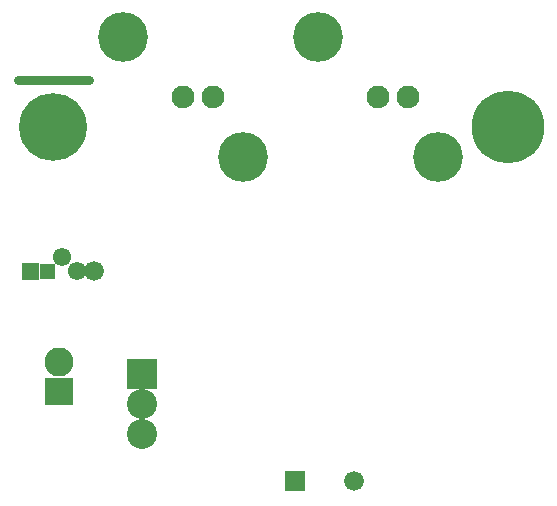
<source format=gbr>
G04 start of page 9 for group -4062 idx -4062 *
G04 Title: PD-ac, soldermask *
G04 Creator: pcb 1.99x *
G04 CreationDate: Fri 09 Jan 2009 03:59:07 PM GMT UTC *
G04 For: kmk *
G04 Format: Gerber/RS-274X *
G04 PCB-Dimensions: 275591 314961 *
G04 PCB-Coordinate-Origin: lower left *
%MOIN*%
%FSLAX24Y24*%
%LNBACKMASK*%
%ADD11C,0.0200*%
%ADD40C,0.0760*%
%ADD41C,0.1660*%
%ADD42C,0.2420*%
%ADD43C,0.0660*%
%ADD44C,0.0610*%
%ADD45C,0.2260*%
%ADD46C,0.0970*%
%ADD47C,0.1000*%
%ADD54C,0.0298*%
G54D40*X17126Y18307D03*
X18126D03*
G54D41*X15126Y20307D03*
X19126Y16307D03*
G54D42*X21455Y17322D03*
G54D11*G36*
X5252Y12779D02*Y12219D01*
X5812D01*
Y12779D01*
X5252D01*
G37*
G54D43*X7658Y12499D03*
G54D44*X7086Y12499D03*
G54D11*G36*
X5847Y12754D02*Y12244D01*
X6357D01*
Y12754D01*
X5847D01*
G37*
G54D45*X6298Y17322D03*
G54D40*X10629Y18307D03*
X11629D03*
G54D41*X8629Y20307D03*
X12629Y16307D03*
G54D44*X6594Y12991D03*
G54D46*X6496Y9496D03*
G54D11*G36*
X6036Y8956D02*Y8036D01*
X6956D01*
Y8956D01*
X6036D01*
G37*
G36*
X8752Y9586D02*Y8586D01*
X9752D01*
Y9586D01*
X8752D01*
G37*
G54D47*X9252Y8086D03*
Y7086D03*
G54D11*G36*
X14040Y5841D02*Y5181D01*
X14700D01*
Y5841D01*
X14040D01*
G37*
G54D43*X16338Y5511D03*
G54D54*X5118Y18887D02*X7480D01*
M02*

</source>
